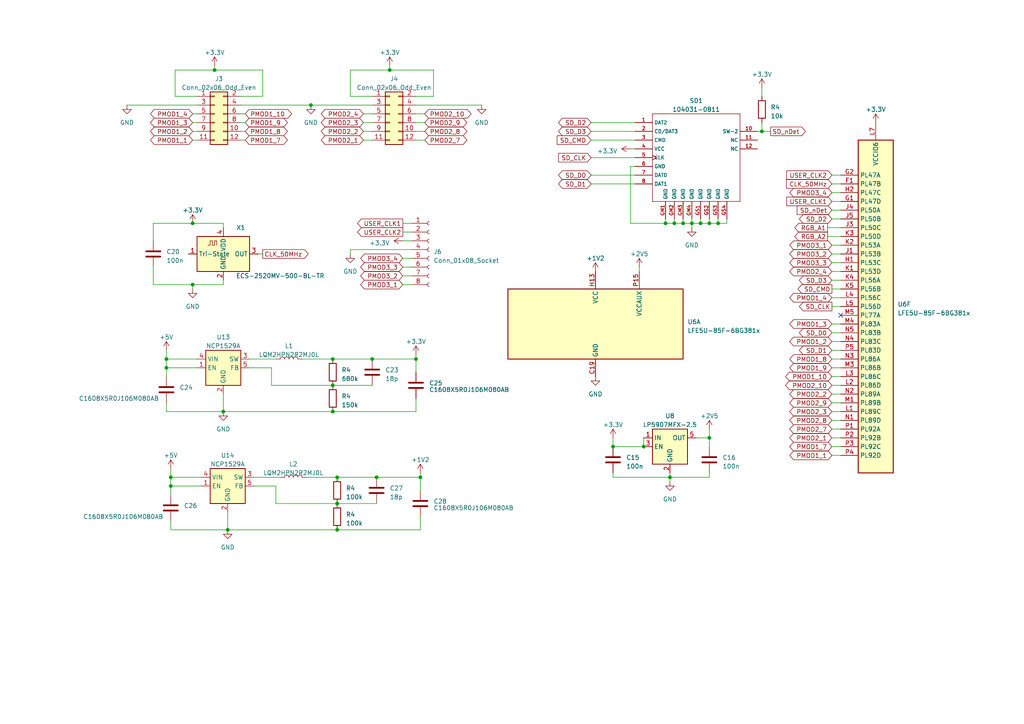
<source format=kicad_sch>
(kicad_sch (version 20230121) (generator eeschema)
  (paper "A4")
  (junction (at 120.65 104.14))
  (junction (at 203.2 64.77))
  (junction (at 194.31 138.43))
  (junction (at 200.66 64.77))
  (junction (at 113.03 20.32))
  (junction (at 96.52 111.76))
  (junction (at 208.28 64.77))
  (junction (at 121.92 138.43))
  (junction (at 177.8 129.54))
  (junction (at 48.26 104.14))
  (junction (at 186.69 129.54))
  (junction (at 97.79 138.43))
  (junction (at 49.53 138.43))
  (junction (at 220.98 38.1))
  (junction (at 96.52 119.38))
  (junction (at 90.17 30.48))
  (junction (at 109.22 138.43))
  (junction (at 64.77 119.38))
  (junction (at 66.04 153.67))
  (junction (at 97.79 146.05))
  (junction (at 107.95 104.14))
  (junction (at 195.58 64.77))
  (junction (at 49.53 140.97))
  (junction (at 205.74 127))
  (junction (at 193.04 64.77))
  (junction (at 62.23 20.32))
  (junction (at 205.74 64.77))
  (junction (at 55.88 64.77))
  (junction (at 97.79 153.67))
  (junction (at 96.52 104.14))
  (junction (at 48.26 106.68))
  (junction (at 55.88 82.55))
  (junction (at 198.12 64.77))
  (no_connect (at 243.84 91.44))
  (wire (pts (xy 49.53 135.89) (xy 49.53 138.43)))
  (wire (pts (xy 97.79 146.05) (xy 109.22 146.05)))
  (wire (pts (xy 241.3 53.34) (xy 243.84 53.34)))
  (wire (pts (xy 241.3 78.74) (xy 243.84 78.74)))
  (wire (pts (xy 73.66 138.43) (xy 81.28 138.43)))
  (wire (pts (xy 64.77 119.38) (xy 96.52 119.38)))
  (wire (pts (xy 241.3 86.36) (xy 243.84 86.36)))
  (wire (pts (xy 73.66 140.97) (xy 80.01 140.97)))
  (wire (pts (xy 171.45 40.64) (xy 184.15 40.64)))
  (wire (pts (xy 116.84 67.31) (xy 119.38 67.31)))
  (wire (pts (xy 205.74 138.43) (xy 194.31 138.43)))
  (wire (pts (xy 116.84 74.93) (xy 119.38 74.93)))
  (wire (pts (xy 121.92 138.43) (xy 109.22 138.43)))
  (wire (pts (xy 69.85 40.64) (xy 71.12 40.64)))
  (wire (pts (xy 241.3 124.46) (xy 243.84 124.46)))
  (wire (pts (xy 210.82 64.77) (xy 208.28 64.77)))
  (wire (pts (xy 205.74 127) (xy 205.74 129.54)))
  (wire (pts (xy 198.12 63.5) (xy 198.12 64.77)))
  (wire (pts (xy 198.12 64.77) (xy 195.58 64.77)))
  (wire (pts (xy 240.03 68.58) (xy 243.84 68.58)))
  (wire (pts (xy 125.73 20.32) (xy 125.73 27.94)))
  (wire (pts (xy 97.79 138.43) (xy 109.22 138.43)))
  (wire (pts (xy 241.3 114.3) (xy 243.84 114.3)))
  (wire (pts (xy 49.53 138.43) (xy 49.53 140.97)))
  (wire (pts (xy 241.3 129.54) (xy 243.84 129.54)))
  (wire (pts (xy 205.74 137.16) (xy 205.74 138.43)))
  (wire (pts (xy 240.03 66.04) (xy 243.84 66.04)))
  (wire (pts (xy 241.3 55.88) (xy 243.84 55.88)))
  (wire (pts (xy 58.42 140.97) (xy 49.53 140.97)))
  (wire (pts (xy 116.84 77.47) (xy 119.38 77.47)))
  (wire (pts (xy 193.04 64.77) (xy 193.04 63.5)))
  (wire (pts (xy 120.65 115.57) (xy 120.65 119.38)))
  (wire (pts (xy 55.88 64.77) (xy 44.45 64.77)))
  (wire (pts (xy 55.88 38.1) (xy 57.15 38.1)))
  (wire (pts (xy 208.28 63.5) (xy 208.28 64.77)))
  (wire (pts (xy 57.15 106.68) (xy 48.26 106.68)))
  (wire (pts (xy 90.17 30.48) (xy 107.95 30.48)))
  (wire (pts (xy 220.98 38.1) (xy 219.71 38.1)))
  (wire (pts (xy 64.77 114.3) (xy 64.77 119.38)))
  (wire (pts (xy 241.3 121.92) (xy 243.84 121.92)))
  (wire (pts (xy 182.88 48.26) (xy 182.88 64.77)))
  (wire (pts (xy 76.2 20.32) (xy 76.2 27.94)))
  (wire (pts (xy 119.38 72.39) (xy 101.6 72.39)))
  (wire (pts (xy 107.95 27.94) (xy 101.6 27.94)))
  (wire (pts (xy 49.53 151.13) (xy 49.53 153.67)))
  (wire (pts (xy 194.31 138.43) (xy 194.31 137.16)))
  (wire (pts (xy 96.52 104.14) (xy 107.95 104.14)))
  (wire (pts (xy 241.3 93.98) (xy 243.84 93.98)))
  (wire (pts (xy 241.3 127) (xy 243.84 127)))
  (wire (pts (xy 72.39 104.14) (xy 80.01 104.14)))
  (wire (pts (xy 177.8 138.43) (xy 194.31 138.43)))
  (wire (pts (xy 55.88 40.64) (xy 57.15 40.64)))
  (wire (pts (xy 48.26 104.14) (xy 57.15 104.14)))
  (wire (pts (xy 120.65 102.87) (xy 120.65 104.14)))
  (wire (pts (xy 66.04 153.67) (xy 97.79 153.67)))
  (wire (pts (xy 200.66 63.5) (xy 200.66 64.77)))
  (wire (pts (xy 241.3 83.82) (xy 243.84 83.82)))
  (wire (pts (xy 200.66 64.77) (xy 198.12 64.77)))
  (wire (pts (xy 36.83 30.48) (xy 57.15 30.48)))
  (wire (pts (xy 116.84 82.55) (xy 119.38 82.55)))
  (wire (pts (xy 241.3 99.06) (xy 243.84 99.06)))
  (wire (pts (xy 185.42 77.47) (xy 185.42 78.74)))
  (wire (pts (xy 69.85 30.48) (xy 90.17 30.48)))
  (wire (pts (xy 49.53 138.43) (xy 58.42 138.43)))
  (wire (pts (xy 201.93 127) (xy 205.74 127)))
  (wire (pts (xy 241.3 58.42) (xy 243.84 58.42)))
  (wire (pts (xy 78.74 106.68) (xy 78.74 111.76)))
  (wire (pts (xy 105.41 35.56) (xy 107.95 35.56)))
  (wire (pts (xy 69.85 38.1) (xy 71.12 38.1)))
  (wire (pts (xy 74.93 73.66) (xy 76.2 73.66)))
  (wire (pts (xy 101.6 20.32) (xy 113.03 20.32)))
  (wire (pts (xy 241.3 81.28) (xy 243.84 81.28)))
  (wire (pts (xy 203.2 63.5) (xy 203.2 64.77)))
  (wire (pts (xy 120.65 33.02) (xy 123.19 33.02)))
  (wire (pts (xy 48.26 106.68) (xy 48.26 109.22)))
  (wire (pts (xy 87.63 104.14) (xy 96.52 104.14)))
  (wire (pts (xy 241.3 106.68) (xy 243.84 106.68)))
  (wire (pts (xy 69.85 35.56) (xy 71.12 35.56)))
  (wire (pts (xy 241.3 116.84) (xy 243.84 116.84)))
  (wire (pts (xy 116.84 64.77) (xy 119.38 64.77)))
  (wire (pts (xy 241.3 96.52) (xy 243.84 96.52)))
  (wire (pts (xy 44.45 82.55) (xy 44.45 77.47)))
  (wire (pts (xy 101.6 27.94) (xy 101.6 20.32)))
  (wire (pts (xy 182.88 43.18) (xy 184.15 43.18)))
  (wire (pts (xy 195.58 63.5) (xy 195.58 64.77)))
  (wire (pts (xy 69.85 33.02) (xy 71.12 33.02)))
  (wire (pts (xy 208.28 64.77) (xy 205.74 64.77)))
  (wire (pts (xy 76.2 27.94) (xy 69.85 27.94)))
  (wire (pts (xy 120.65 104.14) (xy 107.95 104.14)))
  (wire (pts (xy 241.3 60.96) (xy 243.84 60.96)))
  (wire (pts (xy 220.98 35.56) (xy 220.98 38.1)))
  (wire (pts (xy 50.8 20.32) (xy 62.23 20.32)))
  (wire (pts (xy 48.26 101.6) (xy 48.26 104.14)))
  (wire (pts (xy 241.3 111.76) (xy 243.84 111.76)))
  (wire (pts (xy 241.3 63.5) (xy 243.84 63.5)))
  (wire (pts (xy 171.45 45.72) (xy 184.15 45.72)))
  (wire (pts (xy 241.3 132.08) (xy 243.84 132.08)))
  (wire (pts (xy 113.03 20.32) (xy 125.73 20.32)))
  (wire (pts (xy 105.41 38.1) (xy 107.95 38.1)))
  (wire (pts (xy 171.45 38.1) (xy 184.15 38.1)))
  (wire (pts (xy 241.3 104.14) (xy 243.84 104.14)))
  (wire (pts (xy 64.77 81.28) (xy 64.77 82.55)))
  (wire (pts (xy 49.53 140.97) (xy 49.53 143.51)))
  (wire (pts (xy 120.65 119.38) (xy 96.52 119.38)))
  (wire (pts (xy 72.39 106.68) (xy 78.74 106.68)))
  (wire (pts (xy 96.52 111.76) (xy 107.95 111.76)))
  (wire (pts (xy 121.92 137.16) (xy 121.92 138.43)))
  (wire (pts (xy 177.8 137.16) (xy 177.8 138.43)))
  (wire (pts (xy 55.88 33.02) (xy 57.15 33.02)))
  (wire (pts (xy 121.92 149.86) (xy 121.92 153.67)))
  (wire (pts (xy 194.31 139.7) (xy 194.31 138.43)))
  (wire (pts (xy 125.73 27.94) (xy 120.65 27.94)))
  (wire (pts (xy 116.84 80.01) (xy 119.38 80.01)))
  (wire (pts (xy 241.3 88.9) (xy 243.84 88.9)))
  (wire (pts (xy 80.01 140.97) (xy 80.01 146.05)))
  (wire (pts (xy 205.74 63.5) (xy 205.74 64.77)))
  (wire (pts (xy 55.88 82.55) (xy 44.45 82.55)))
  (wire (pts (xy 220.98 38.1) (xy 223.52 38.1)))
  (wire (pts (xy 241.3 101.6) (xy 243.84 101.6)))
  (wire (pts (xy 55.88 82.55) (xy 55.88 83.82)))
  (wire (pts (xy 66.04 148.59) (xy 66.04 153.67)))
  (wire (pts (xy 113.03 19.05) (xy 113.03 20.32)))
  (wire (pts (xy 50.8 27.94) (xy 50.8 20.32)))
  (wire (pts (xy 241.3 119.38) (xy 243.84 119.38)))
  (wire (pts (xy 48.26 116.84) (xy 48.26 119.38)))
  (wire (pts (xy 78.74 111.76) (xy 96.52 111.76)))
  (wire (pts (xy 241.3 109.22) (xy 243.84 109.22)))
  (wire (pts (xy 64.77 82.55) (xy 55.88 82.55)))
  (wire (pts (xy 62.23 20.32) (xy 76.2 20.32)))
  (wire (pts (xy 105.41 40.64) (xy 107.95 40.64)))
  (wire (pts (xy 241.3 71.12) (xy 243.84 71.12)))
  (wire (pts (xy 105.41 33.02) (xy 107.95 33.02)))
  (wire (pts (xy 241.3 50.8) (xy 243.84 50.8)))
  (wire (pts (xy 121.92 142.24) (xy 121.92 138.43)))
  (wire (pts (xy 120.65 40.64) (xy 123.19 40.64)))
  (wire (pts (xy 177.8 129.54) (xy 186.69 129.54)))
  (wire (pts (xy 101.6 72.39) (xy 101.6 73.66)))
  (wire (pts (xy 48.26 119.38) (xy 64.77 119.38)))
  (wire (pts (xy 64.77 64.77) (xy 55.88 64.77)))
  (wire (pts (xy 120.65 35.56) (xy 123.19 35.56)))
  (wire (pts (xy 220.98 25.4) (xy 220.98 27.94)))
  (wire (pts (xy 120.65 107.95) (xy 120.65 104.14)))
  (wire (pts (xy 177.8 127) (xy 177.8 129.54)))
  (wire (pts (xy 120.65 30.48) (xy 139.7 30.48)))
  (wire (pts (xy 116.84 69.85) (xy 119.38 69.85)))
  (wire (pts (xy 210.82 63.5) (xy 210.82 64.77)))
  (wire (pts (xy 80.01 146.05) (xy 97.79 146.05)))
  (wire (pts (xy 55.88 35.56) (xy 57.15 35.56)))
  (wire (pts (xy 205.74 124.46) (xy 205.74 127)))
  (wire (pts (xy 184.15 48.26) (xy 182.88 48.26)))
  (wire (pts (xy 64.77 66.04) (xy 64.77 64.77)))
  (wire (pts (xy 241.3 73.66) (xy 243.84 73.66)))
  (wire (pts (xy 241.3 76.2) (xy 243.84 76.2)))
  (wire (pts (xy 182.88 64.77) (xy 193.04 64.77)))
  (wire (pts (xy 200.66 64.77) (xy 200.66 66.04)))
  (wire (pts (xy 44.45 64.77) (xy 44.45 69.85)))
  (wire (pts (xy 186.69 127) (xy 186.69 129.54)))
  (wire (pts (xy 205.74 64.77) (xy 203.2 64.77)))
  (wire (pts (xy 57.15 27.94) (xy 50.8 27.94)))
  (wire (pts (xy 49.53 153.67) (xy 66.04 153.67)))
  (wire (pts (xy 171.45 53.34) (xy 184.15 53.34)))
  (wire (pts (xy 203.2 64.77) (xy 200.66 64.77)))
  (wire (pts (xy 171.45 50.8) (xy 184.15 50.8)))
  (wire (pts (xy 62.23 19.05) (xy 62.23 20.32)))
  (wire (pts (xy 171.45 35.56) (xy 184.15 35.56)))
  (wire (pts (xy 48.26 104.14) (xy 48.26 106.68)))
  (wire (pts (xy 120.65 38.1) (xy 123.19 38.1)))
  (wire (pts (xy 195.58 64.77) (xy 193.04 64.77)))
  (wire (pts (xy 88.9 138.43) (xy 97.79 138.43)))
  (wire (pts (xy 121.92 153.67) (xy 97.79 153.67)))
  (global_label "SD_D3" (shape bidirectional) (at 171.45 38.1 180) (property "Intersheetrefs" "${INTERSHEET_REFS}" (effects hide)))
  (global_label "SD_D1" (shape bidirectional) (at 241.3 101.6 180) (property "Intersheetrefs" "${INTERSHEET_REFS}" (effects hide)))
  (global_label "PMOD3_4" (shape bidirectional) (at 241.3 55.88 180) (property "Intersheetrefs" "${INTERSHEET_REFS}" (effects hide)))
  (global_label "PMOD1_10" (shape bidirectional) (at 71.12 33.02 0) (property "Intersheetrefs" "${INTERSHEET_REFS}" (effects hide)))
  (global_label "PMOD1_8" (shape bidirectional) (at 241.3 104.14 180) (property "Intersheetrefs" "${INTERSHEET_REFS}" (effects hide)))
  (global_label "CLK_50MHz" (shape output) (at 76.2 73.66 0) (property "Intersheetrefs" "${INTERSHEET_REFS}" (effects hide)))
  (global_label "PMOD2_8" (shape bidirectional) (at 241.3 121.92 180) (property "Intersheetrefs" "${INTERSHEET_REFS}" (effects hide)))
  (global_label "SD_D2" (shape bidirectional) (at 171.45 35.56 180) (property "Intersheetrefs" "${INTERSHEET_REFS}" (effects hide)))
  (global_label "USER_CLK1" (shape input) (at 241.3 58.42 180) (property "Intersheetrefs" "${INTERSHEET_REFS}" (effects hide)))
  (global_label "PMOD1_1" (shape bidirectional) (at 241.3 132.08 180) (property "Intersheetrefs" "${INTERSHEET_REFS}" (effects hide)))
  (global_label "SD_CLK" (shape input) (at 171.45 45.72 180) (property "Intersheetrefs" "${INTERSHEET_REFS}" (effects hide)))
  (global_label "PMOD2_1" (shape bidirectional) (at 241.3 127 180) (property "Intersheetrefs" "${INTERSHEET_REFS}" (effects hide)))
  (global_label "SD_D1" (shape bidirectional) (at 171.45 53.34 180) (property "Intersheetrefs" "${INTERSHEET_REFS}" (effects hide)))
  (global_label "USER_CLK1" (shape output) (at 116.84 64.77 180) (property "Intersheetrefs" "${INTERSHEET_REFS}" (effects hide)))
  (global_label "PMOD3_3" (shape bidirectional) (at 241.3 76.2 180) (property "Intersheetrefs" "${INTERSHEET_REFS}" (effects hide)))
  (global_label "RGB_A1" (shape output) (at 240.03 66.04 180) (property "Intersheetrefs" "${INTERSHEET_REFS}" (effects hide)))
  (global_label "SD_CLK" (shape output) (at 241.3 88.9 180) (property "Intersheetrefs" "${INTERSHEET_REFS}" (effects hide)))
  (global_label "PMOD2_4" (shape bidirectional) (at 105.41 33.02 180) (property "Intersheetrefs" "${INTERSHEET_REFS}" (effects hide)))
  (global_label "PMOD2_4" (shape bidirectional) (at 241.3 78.74 180) (property "Intersheetrefs" "${INTERSHEET_REFS}" (effects hide)))
  (global_label "PMOD2_8" (shape bidirectional) (at 123.19 38.1 0) (property "Intersheetrefs" "${INTERSHEET_REFS}" (effects hide)))
  (global_label "PMOD2_2" (shape bidirectional) (at 105.41 38.1 180) (property "Intersheetrefs" "${INTERSHEET_REFS}" (effects hide)))
  (global_label "PMOD2_9" (shape bidirectional) (at 123.19 35.56 0) (property "Intersheetrefs" "${INTERSHEET_REFS}" (effects hide)))
  (global_label "PMOD1_7" (shape bidirectional) (at 71.12 40.64 0) (property "Intersheetrefs" "${INTERSHEET_REFS}" (effects hide)))
  (global_label "PMOD2_7" (shape bidirectional) (at 123.19 40.64 0) (property "Intersheetrefs" "${INTERSHEET_REFS}" (effects hide)))
  (global_label "PMOD1_3" (shape bidirectional) (at 55.88 35.56 180) (property "Intersheetrefs" "${INTERSHEET_REFS}" (effects hide)))
  (global_label "PMOD2_10" (shape bidirectional) (at 241.3 111.76 180) (property "Intersheetrefs" "${INTERSHEET_REFS}" (effects hide)))
  (global_label "PMOD1_7" (shape bidirectional) (at 241.3 129.54 180) (property "Intersheetrefs" "${INTERSHEET_REFS}" (effects hide)))
  (global_label "PMOD3_3" (shape bidirectional) (at 116.84 77.47 180) (property "Intersheetrefs" "${INTERSHEET_REFS}" (effects hide)))
  (global_label "RGB_A2" (shape output) (at 240.03 68.58 180) (property "Intersheetrefs" "${INTERSHEET_REFS}" (effects hide)))
  (global_label "PMOD2_3" (shape bidirectional) (at 241.3 119.38 180) (property "Intersheetrefs" "${INTERSHEET_REFS}" (effects hide)))
  (global_label "PMOD1_9" (shape bidirectional) (at 71.12 35.56 0) (property "Intersheetrefs" "${INTERSHEET_REFS}" (effects hide)))
  (global_label "SD_CMD" (shape input) (at 171.45 40.64 180) (property "Intersheetrefs" "${INTERSHEET_REFS}" (effects hide)))
  (global_label "PMOD1_4" (shape bidirectional) (at 55.88 33.02 180) (property "Intersheetrefs" "${INTERSHEET_REFS}" (effects hide)))
  (global_label "SD_D3" (shape bidirectional) (at 241.3 81.28 180) (property "Intersheetrefs" "${INTERSHEET_REFS}" (effects hide)))
  (global_label "PMOD3_1" (shape bidirectional) (at 241.3 71.12 180) (property "Intersheetrefs" "${INTERSHEET_REFS}" (effects hide)))
  (global_label "SD_D0" (shape bidirectional) (at 241.3 96.52 180) (property "Intersheetrefs" "${INTERSHEET_REFS}" (effects hide)))
  (global_label "PMOD2_10" (shape bidirectional) (at 123.19 33.02 0) (property "Intersheetrefs" "${INTERSHEET_REFS}" (effects hide)))
  (global_label "PMOD2_2" (shape bidirectional) (at 241.3 114.3 180) (property "Intersheetrefs" "${INTERSHEET_REFS}" (effects hide)))
  (global_label "SD_nDet" (shape output) (at 223.52 38.1 0) (property "Intersheetrefs" "${INTERSHEET_REFS}" (effects hide)))
  (global_label "PMOD3_1" (shape bidirectional) (at 116.84 82.55 180) (property "Intersheetrefs" "${INTERSHEET_REFS}" (effects hide)))
  (global_label "PMOD1_1" (shape bidirectional) (at 55.88 40.64 180) (property "Intersheetrefs" "${INTERSHEET_REFS}" (effects hide)))
  (global_label "PMOD1_8" (shape bidirectional) (at 71.12 38.1 0) (property "Intersheetrefs" "${INTERSHEET_REFS}" (effects hide)))
  (global_label "PMOD3_4" (shape bidirectional) (at 116.84 74.93 180) (property "Intersheetrefs" "${INTERSHEET_REFS}" (effects hide)))
  (global_label "PMOD1_4" (shape bidirectional) (at 241.3 86.36 180) (property "Intersheetrefs" "${INTERSHEET_REFS}" (effects hide)))
  (global_label "USER_CLK2" (shape input) (at 241.3 50.8 180) (property "Intersheetrefs" "${INTERSHEET_REFS}" (effects hide)))
  (global_label "PMOD3_2" (shape bidirectional) (at 241.3 73.66 180) (property "Intersheetrefs" "${INTERSHEET_REFS}" (effects hide)))
  (global_label "SD_CMD" (shape output) (at 241.3 83.82 180) (property "Intersheetrefs" "${INTERSHEET_REFS}" (effects hide)))
  (global_label "SD_D2" (shape bidirectional) (at 241.3 63.5 180) (property "Intersheetrefs" "${INTERSHEET_REFS}" (effects hide)))
  (global_label "PMOD1_10" (shape bidirectional) (at 241.3 109.22 180) (property "Intersheetrefs" "${INTERSHEET_REFS}" (effects hide)))
  (global_label "PMOD2_1" (shape bidirectional) (at 105.41 40.64 180) (property "Intersheetrefs" "${INTERSHEET_REFS}" (effects hide)))
  (global_label "PMOD3_2" (shape bidirectional) (at 116.84 80.01 180) (property "Intersheetrefs" "${INTERSHEET_REFS}" (effects hide)))
  (global_label "PMOD1_9" (shape bidirectional) (at 241.3 106.68 180) (property "Intersheetrefs" "${INTERSHEET_REFS}" (effects hide)))
  (global_label "CLK_50MHz" (shape input) (at 241.3 53.34 180) (property "Intersheetrefs" "${INTERSHEET_REFS}" (effects hide)))
  (global_label "PMOD1_3" (shape bidirectional) (at 241.3 93.98 180) (property "Intersheetrefs" "${INTERSHEET_REFS}" (effects hide)))
  (global_label "SD_nDet" (shape input) (at 241.3 60.96 180) (property "Intersheetrefs" "${INTERSHEET_REFS}" (effects hide)))
  (global_label "SD_D0" (shape bidirectional) (at 171.45 50.8 180) (property "Intersheetrefs" "${INTERSHEET_REFS}" (effects hide)))
  (global_label "PMOD1_2" (shape bidirectional) (at 241.3 99.06 180) (property "Intersheetrefs" "${INTERSHEET_REFS}" (effects hide)))
  (global_label "PMOD2_9" (shape bidirectional) (at 241.3 116.84 180) (property "Intersheetrefs" "${INTERSHEET_REFS}" (effects hide)))
  (global_label "PMOD2_7" (shape bidirectional) (at 241.3 124.46 180) (property "Intersheetrefs" "${INTERSHEET_REFS}" (effects hide)))
  (global_label "USER_CLK2" (shape output) (at 116.84 67.31 180) (property "Intersheetrefs" "${INTERSHEET_REFS}" (effects hide)))
  (global_label "PMOD1_2" (shape bidirectional) (at 55.88 38.1 180) (property "Intersheetrefs" "${INTERSHEET_REFS}" (effects hide)))
  (global_label "PMOD2_3" (shape bidirectional) (at 105.41 35.56 180) (property "Intersheetrefs" "${INTERSHEET_REFS}" (effects hide)))
  (symbol (lib_id "power:+3.3V") (at 116.84 69.85 90) (unit 1)
    (property "Reference" "#PWR052" (effects hide))
    (property "Value" "+3.3V" (at 113.03 70.485 90) (effects (justify left)))
  )
  (symbol (lib_id "power:+3.3V") (at 182.88 43.18 90) (unit 1)
    (property "Reference" "#PWR055" (effects hide))
    (property "Value" "+3.3V" (at 179.07 43.815 90) (effects (justify left)))
  )
  (symbol (lib_id "power:GND") (at 101.6 73.66 0) (unit 1)
    (property "Reference" "#PWR053" (effects hide))
    (property "Value" "GND" (at 101.6 78.74 0))
  )
  (symbol (lib_id "Device:C") (at 44.45 73.66 0) (unit 1)
    (property "Reference" "C20" (at 48.26 73.025 0) (effects (justify left)))
    (property "Value" "100n" (at 48.26 75.565 0) (effects (justify left)))
    (property "Footprint" "Capacitor_SMD:C_0402_1005Metric" (effects hide))
  )
  (symbol (lib_id "power:GND") (at 55.88 83.82 0) (unit 1)
    (property "Reference" "#PWR051" (effects hide))
    (property "Value" "GND" (at 55.88 88.9 0))
  )
  (symbol (lib_id "Oscillator:ECS-2520MV-xxx-xx") (at 64.77 73.66 0) (unit 1)
    (property "Reference" "X1" (at 69.85 66.04 0))
    (property "Value" "ECS-2520MV-500-BL-TR" (at 81.28 80.01 0))
    (property "Footprint" "Oscillator:Oscillator_SMD_ECS_2520MV-xxx-xx-4Pin_2.5x2.0mm" (effects hide))
    (property "Datasheet" "https://www.ecsxtal.com/store/pdf/ECS-2520MV.pdf" (effects hide))
    (instances (project "gecko5education" (path "" (reference "X1") (unit 1)) (path "" (reference "X2") (unit 1))))
  )
  (symbol (lib_id "Connector_Generic:Conn_02x06_Odd_Even") (at 113.03 33.02 0) (unit 1)
    (property "Reference" "J4" (at 114.3 22.86 0))
    (property "Value" "Conn_02x06_Odd_Even" (at 114.3 25.4 0))
    (property "Footprint" "Connector_PinSocket_2.54mm:PinSocket_2x06_P2.54mm_Horizontal" (effects hide))
  )
  (symbol (lib_id "power:+1V2") (at 172.72 78.74 0) (unit 1)
    (property "Reference" "#PWR088" (effects hide))
    (property "Value" "+1V2" (at 172.72 74.93 0))
  )
  (symbol (lib_id "Device:L") (at 85.09 138.43 90) (unit 1)
    (property "Reference" "L2" (at 85.09 134.62 90))
    (property "Value" "LQM2HPN2R2MJ0L" (at 85.09 137.16 90))
    (property "Footprint" "gecko4education:INDUCTOR" (effects hide))
  )
  (symbol (lib_id "FPGA_Lattice:LFE5U-85F-6BG381x") (at 254 88.9 0) (unit 6)
    (property "Reference" "U6" (at 260.35 88.265 0) (effects (justify left)))
    (property "Value" "LFE5U-85F-6BG381x" (at 260.35 90.805 0) (effects (justify left)))
    (property "Footprint" "Package_BGA:Lattice_caBGA-381_17.0x17.0mm_Layout20x20_P0.8mm_Ball0.4mm_Pad0.4mm_NSMD" (effects hide))
    (property "Datasheet" "https://www.latticesemi.com/view_document?document_id=50461" (effects hide))
  )
  (symbol (lib_id "power:+2V5") (at 185.42 77.47 0) (unit 1)
    (property "Reference" "#PWR039" (effects hide))
    (property "Value" "+2V5" (at 185.42 73.66 0))
  )
  (symbol (lib_id "Device:C") (at 177.8 133.35 0) (unit 1)
    (property "Reference" "C15" (at 181.61 132.715 0) (effects (justify left)))
    (property "Value" "100n" (at 181.61 135.255 0) (effects (justify left)))
    (property "Footprint" "Capacitor_SMD:C_0402_1005Metric" (effects hide))
  )
  (symbol (lib_id "Device:R") (at 220.98 31.75 0) (unit 1)
    (property "Reference" "R4" (at 223.52 31.115 0) (effects (justify left)))
    (property "Value" "10k" (at 223.52 33.655 0) (effects (justify left)))
    (property "Footprint" "Resistor_SMD:R_0402_1005Metric" (effects hide))
    (instances (project "gecko5education" (path "" (reference "R4") (unit 1)) (path "" (reference "R4") (unit 1)) (path "" (reference "R31") (unit 1))))
  )
  (symbol (lib_id "power:GND") (at 194.31 139.7 0) (unit 1)
    (property "Reference" "#PWR036" (effects hide))
    (property "Value" "GND" (at 194.31 144.78 0))
  )
  (symbol (lib_id "Regulator_Switching:NCP1529A") (at 66.04 140.97 0) (unit 1)
    (property "Reference" "U14" (at 66.04 132.08 0))
    (property "Value" "NCP1529A" (at 66.04 134.62 0))
    (property "Footprint" "Package_TO_SOT_SMD:SOT-23-5" (effects hide))
    (property "Datasheet" "https://www.onsemi.com/pub/Collateral/NCP1529-D.PDF" (effects hide))
  )
  (symbol (lib_id "Device:C") (at 205.74 133.35 0) (unit 1)
    (property "Reference" "C16" (at 209.55 132.715 0) (effects (justify left)))
    (property "Value" "100n" (at 209.55 135.255 0) (effects (justify left)))
    (property "Footprint" "Capacitor_SMD:C_0402_1005Metric" (effects hide))
  )
  (symbol (lib_id "power:GND") (at 66.04 153.67 0) (unit 1)
    (property "Reference" "#PWR086" (effects hide))
    (property "Value" "GND" (at 66.04 158.75 0))
  )
  (symbol (lib_id "Device:R") (at 96.52 107.95 0) (unit 1)
    (property "Reference" "R4" (at 99.06 107.315 0) (effects (justify left)))
    (property "Value" "680k" (at 99.06 109.855 0) (effects (justify left)))
    (property "Footprint" "Resistor_SMD:R_0402_1005Metric" (effects hide))
    (instances (project "gecko5education" (path "" (reference "R4") (unit 1)) (path "" (reference "R4") (unit 1)) (path "" (reference "R110") (unit 1))))
  )
  (symbol (lib_id "Connector_Generic:Conn_02x06_Odd_Even") (at 62.23 33.02 0) (unit 1)
    (property "Reference" "J3" (at 63.5 22.86 0))
    (property "Value" "Conn_02x06_Odd_Even" (at 63.5 25.4 0))
    (property "Footprint" "Connector_PinSocket_2.54mm:PinSocket_2x06_P2.54mm_Horizontal" (effects hide))
  )
  (symbol (lib_id "Device:R") (at 97.79 149.86 0) (unit 1)
    (property "Reference" "R4" (at 100.33 149.225 0) (effects (justify left)))
    (property "Value" "100k" (at 100.33 151.765 0) (effects (justify left)))
    (property "Footprint" "Resistor_SMD:R_0402_1005Metric" (effects hide))
    (instances (project "gecko5education" (path "" (reference "R4") (unit 1)) (path "" (reference "R4") (unit 1)) (path "" (reference "R113") (unit 1))))
  )
  (symbol (lib_id "power:GND") (at 139.7 30.48 0) (unit 1)
    (property "Reference" "#PWR033" (effects hide))
    (property "Value" "GND" (at 139.7 35.56 0))
  )
  (symbol (lib_id "Connector:Conn_01x08_Socket") (at 124.46 72.39 0) (unit 1)
    (property "Reference" "J6" (at 125.73 73.025 0) (effects (justify left)))
    (property "Value" "Conn_01x08_Socket" (at 125.73 75.565 0) (effects (justify left)))
    (property "Footprint" "Connector_PinSocket_2.54mm:PinSocket_1x08_P2.54mm_Horizontal" (effects hide))
  )
  (symbol (lib_id "Device:R") (at 97.79 142.24 0) (unit 1)
    (property "Reference" "R4" (at 100.33 141.605 0) (effects (justify left)))
    (property "Value" "100k" (at 100.33 144.145 0) (effects (justify left)))
    (property "Footprint" "Resistor_SMD:R_0402_1005Metric" (effects hide))
    (instances (project "gecko5education" (path "" (reference "R4") (unit 1)) (path "" (reference "R4") (unit 1)) (path "" (reference "R112") (unit 1))))
  )
  (symbol (lib_id "power:GND") (at 200.66 66.04 0) (unit 1)
    (property "Reference" "#PWR054" (effects hide))
    (property "Value" "GND" (at 200.66 71.12 0))
  )
  (symbol (lib_id "power:GND") (at 36.83 30.48 0) (unit 1)
    (property "Reference" "#PWR032" (effects hide))
    (property "Value" "GND" (at 36.83 35.56 0))
  )
  (symbol (lib_id "power:+2V5") (at 205.74 124.46 0) (unit 1)
    (property "Reference" "#PWR038" (effects hide))
    (property "Value" "+2V5" (at 205.74 120.65 0))
  )
  (symbol (lib_id "gecko5education:micro_sd") (at 201.93 35.56 0) (unit 1)
    (property "Reference" "SD1" (at 201.93 29.21 0))
    (property "Value" "104031-0811" (at 201.93 31.75 0))
    (property "Footprint" "gecko4education:microsd" (effects hide))
  )
  (symbol (lib_id "Device:C") (at 48.26 113.03 0) (unit 1)
    (property "Reference" "C24" (at 52.07 112.395 0) (effects (justify left)))
    (property "Value" "C1608X5R0J106M080AB" (at 22.86 115.57 0) (effects (justify left)))
    (property "Footprint" "Capacitor_SMD:C_0603_1608Metric" (effects hide))
  )
  (symbol (lib_id "power:GND") (at 172.72 109.22 0) (unit 1)
    (property "Reference" "#PWR035" (effects hide))
    (property "Value" "GND" (at 172.72 114.3 0))
  )
  (symbol (lib_id "power:+3.3V") (at 55.88 64.77 0) (unit 1)
    (property "Reference" "#PWR050" (effects hide))
    (property "Value" "+3.3V" (at 55.88 60.96 0))
  )
  (symbol (lib_id "power:GND") (at 64.77 119.38 0) (unit 1)
    (property "Reference" "#PWR082" (effects hide))
    (property "Value" "GND" (at 64.77 124.46 0))
  )
  (symbol (lib_id "Device:C") (at 120.65 111.76 0) (unit 1)
    (property "Reference" "C25" (at 124.46 111.125 0) (effects (justify left)))
    (property "Value" "C1608X5R0J106M080AB" (at 124.46 113.03 0) (effects (justify left)))
    (property "Footprint" "Capacitor_SMD:C_0603_1608Metric" (effects hide))
  )
  (symbol (lib_id "power:GND") (at 90.17 30.48 0) (unit 1)
    (property "Reference" "#PWR031" (effects hide))
    (property "Value" "GND" (at 90.17 35.56 0))
  )
  (symbol (lib_id "power:+1V2") (at 121.92 137.16 0) (unit 1)
    (property "Reference" "#PWR087" (effects hide))
    (property "Value" "+1V2" (at 121.92 133.35 0))
  )
  (symbol (lib_id "Device:R") (at 96.52 115.57 0) (unit 1)
    (property "Reference" "R4" (at 99.06 114.935 0) (effects (justify left)))
    (property "Value" "150k" (at 99.06 117.475 0) (effects (justify left)))
    (property "Footprint" "Resistor_SMD:R_0402_1005Metric" (effects hide))
    (instances (project "gecko5education" (path "" (reference "R4") (unit 1)) (path "" (reference "R4") (unit 1)) (path "" (reference "R111") (unit 1))))
  )
  (symbol (lib_id "power:+3.3V") (at 177.8 127 0) (unit 1)
    (property "Reference" "#PWR037" (effects hide))
    (property "Value" "+3.3V" (at 177.8 123.19 0))
  )
  (symbol (lib_id "Regulator_Linear:LP5907MFX-2.5") (at 194.31 129.54 0) (unit 1)
    (property "Reference" "U8" (at 194.31 120.65 0))
    (property "Value" "LP5907MFX-2.5" (at 194.31 123.19 0))
    (property "Footprint" "Package_TO_SOT_SMD:SOT-23-5" (effects hide))
    (property "Datasheet" "http://www.ti.com/lit/ds/symlink/lp5907.pdf" (effects hide))
  )
  (symbol (lib_id "power:+3.3V") (at 254 35.56 0) (unit 1)
    (property "Reference" "#PWR049" (effects hide))
    (property "Value" "+3.3V" (at 254 31.75 0))
  )
  (symbol (lib_id "power:+3.3V") (at 113.03 19.05 0) (unit 1)
    (property "Reference" "#PWR030" (effects hide))
    (property "Value" "+3.3V" (at 113.03 15.24 0))
  )
  (symbol (lib_id "Device:C") (at 49.53 147.32 0) (unit 1)
    (property "Reference" "C26" (at 53.34 146.685 0) (effects (justify left)))
    (property "Value" "C1608X5R0J106M080AB" (at 24.13 149.86 0) (effects (justify left)))
    (property "Footprint" "Capacitor_SMD:C_0603_1608Metric" (effects hide))
  )
  (symbol (lib_id "power:+3.3V") (at 220.98 25.4 0) (unit 1)
    (property "Reference" "#PWR056" (effects hide))
    (property "Value" "+3.3V" (at 220.98 21.59 0))
  )
  (symbol (lib_id "power:+3.3V") (at 120.65 102.87 0) (unit 1)
    (property "Reference" "#PWR084" (effects hide))
    (property "Value" "+3.3V" (at 120.65 99.06 0))
  )
  (symbol (lib_id "power:+5V") (at 49.53 135.89 0) (unit 1)
    (property "Reference" "#PWR085" (effects hide))
    (property "Value" "+5V" (at 49.53 132.08 0))
  )
  (symbol (lib_id "Device:C") (at 121.92 146.05 0) (unit 1)
    (property "Reference" "C28" (at 125.73 145.415 0) (effects (justify left)))
    (property "Value" "C1608X5R0J106M080AB" (at 125.73 147.32 0) (effects (justify left)))
    (property "Footprint" "Capacitor_SMD:C_0603_1608Metric" (effects hide))
  )
  (symbol (lib_id "power:+3.3V") (at 62.23 19.05 0) (unit 1)
    (property "Reference" "#PWR029" (effects hide))
    (property "Value" "+3.3V" (at 62.23 15.24 0))
  )
  (symbol (lib_id "Device:C") (at 109.22 142.24 0) (unit 1)
    (property "Reference" "C27" (at 113.03 141.605 0) (effects (justify left)))
    (property "Value" "18p" (at 113.03 144.145 0) (effects (justify left)))
    (property "Footprint" "Capacitor_SMD:C_0402_1005Metric" (effects hide))
  )
  (symbol (lib_id "Regulator_Switching:NCP1529A") (at 64.77 106.68 0) (unit 1)
    (property "Reference" "U13" (at 64.77 97.79 0))
    (property "Value" "NCP1529A" (at 64.77 100.33 0))
    (property "Footprint" "Package_TO_SOT_SMD:SOT-23-5" (effects hide))
    (property "Datasheet" "https://www.onsemi.com/pub/Collateral/NCP1529-D.PDF" (effects hide))
  )
  (symbol (lib_id "FPGA_Lattice:LFE5U-85F-6BG381x") (at 172.72 93.98 0) (unit 1)
    (property "Reference" "U6" (at 199.39 93.345 0) (effects (justify left)))
    (property "Value" "LFE5U-85F-6BG381x" (at 199.39 95.885 0) (effects (justify left)))
    (property "Footprint" "Package_BGA:Lattice_caBGA-381_17.0x17.0mm_Layout20x20_P0.8mm_Ball0.4mm_Pad0.4mm_NSMD" (effects hide))
    (property "Datasheet" "https://www.latticesemi.com/view_document?document_id=50461" (effects hide))
  )
  (symbol (lib_id "Device:C") (at 107.95 107.95 0) (unit 1)
    (property "Reference" "C23" (at 111.76 107.315 0) (effects (justify left)))
    (property "Value" "18p" (at 111.76 109.855 0) (effects (justify left)))
    (property "Footprint" "Capacitor_SMD:C_0402_1005Metric" (effects hide))
  )
  (symbol (lib_id "power:+5V") (at 48.26 101.6 0) (unit 1)
    (property "Reference" "#PWR083" (effects hide))
    (property "Value" "+5V" (at 48.26 97.79 0))
  )
  (symbol (lib_id "Device:L") (at 83.82 104.14 90) (unit 1)
    (property "Reference" "L1" (at 83.82 100.33 90))
    (property "Value" "LQM2HPN2R2MJ0L" (at 83.82 102.87 90))
    (property "Footprint" "gecko4education:INDUCTOR" (effects hide))
  )
)
</source>
